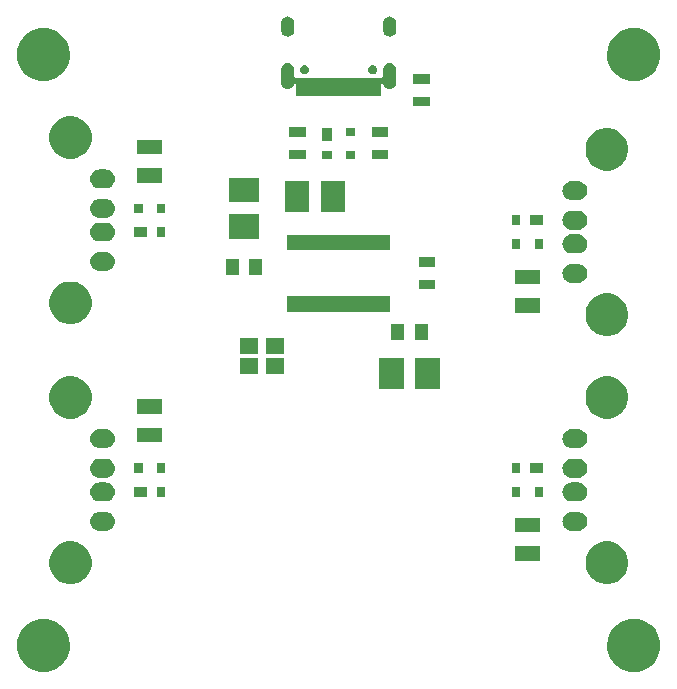
<source format=gts>
G04 #@! TF.GenerationSoftware,KiCad,Pcbnew,(5.0.2)-1*
G04 #@! TF.CreationDate,2019-03-25T02:21:11-07:00*
G04 #@! TF.ProjectId,Orion,4f72696f-6e2e-46b6-9963-61645f706362,rev?*
G04 #@! TF.SameCoordinates,Original*
G04 #@! TF.FileFunction,Soldermask,Top*
G04 #@! TF.FilePolarity,Negative*
%FSLAX46Y46*%
G04 Gerber Fmt 4.6, Leading zero omitted, Abs format (unit mm)*
G04 Created by KiCad (PCBNEW (5.0.2)-1) date 3/25/2019 2:21:11 AM*
%MOMM*%
%LPD*%
G01*
G04 APERTURE LIST*
%ADD10C,0.100000*%
G04 APERTURE END LIST*
D10*
G36*
X105308445Y-92766254D02*
X105656593Y-92835504D01*
X106066249Y-93005189D01*
X106434929Y-93251534D01*
X106748466Y-93565071D01*
X106994811Y-93933751D01*
X107164496Y-94343407D01*
X107215336Y-94599000D01*
X107251000Y-94778294D01*
X107251000Y-95221706D01*
X107233746Y-95308445D01*
X107164496Y-95656593D01*
X106994811Y-96066249D01*
X106748466Y-96434929D01*
X106434929Y-96748466D01*
X106066249Y-96994811D01*
X105656593Y-97164496D01*
X105308445Y-97233746D01*
X105221706Y-97251000D01*
X104778294Y-97251000D01*
X104691555Y-97233746D01*
X104343407Y-97164496D01*
X103933751Y-96994811D01*
X103565071Y-96748466D01*
X103251534Y-96434929D01*
X103005189Y-96066249D01*
X102835504Y-95656593D01*
X102766254Y-95308445D01*
X102749000Y-95221706D01*
X102749000Y-94778294D01*
X102784664Y-94599000D01*
X102835504Y-94343407D01*
X103005189Y-93933751D01*
X103251534Y-93565071D01*
X103565071Y-93251534D01*
X103933751Y-93005189D01*
X104343407Y-92835504D01*
X104691555Y-92766254D01*
X104778294Y-92749000D01*
X105221706Y-92749000D01*
X105308445Y-92766254D01*
X105308445Y-92766254D01*
G37*
G36*
X55308445Y-92766254D02*
X55656593Y-92835504D01*
X56066249Y-93005189D01*
X56434929Y-93251534D01*
X56748466Y-93565071D01*
X56994811Y-93933751D01*
X57164496Y-94343407D01*
X57215336Y-94599000D01*
X57251000Y-94778294D01*
X57251000Y-95221706D01*
X57233746Y-95308445D01*
X57164496Y-95656593D01*
X56994811Y-96066249D01*
X56748466Y-96434929D01*
X56434929Y-96748466D01*
X56066249Y-96994811D01*
X55656593Y-97164496D01*
X55308445Y-97233746D01*
X55221706Y-97251000D01*
X54778294Y-97251000D01*
X54691555Y-97233746D01*
X54343407Y-97164496D01*
X53933751Y-96994811D01*
X53565071Y-96748466D01*
X53251534Y-96434929D01*
X53005189Y-96066249D01*
X52835504Y-95656593D01*
X52766254Y-95308445D01*
X52749000Y-95221706D01*
X52749000Y-94778294D01*
X52784664Y-94599000D01*
X52835504Y-94343407D01*
X53005189Y-93933751D01*
X53251534Y-93565071D01*
X53565071Y-93251534D01*
X53933751Y-93005189D01*
X54343407Y-92835504D01*
X54691555Y-92766254D01*
X54778294Y-92749000D01*
X55221706Y-92749000D01*
X55308445Y-92766254D01*
X55308445Y-92766254D01*
G37*
G36*
X103235331Y-86268211D02*
X103563092Y-86403974D01*
X103858073Y-86601074D01*
X104108926Y-86851927D01*
X104306026Y-87146908D01*
X104441789Y-87474669D01*
X104511000Y-87822616D01*
X104511000Y-88177384D01*
X104441789Y-88525331D01*
X104306026Y-88853092D01*
X104108926Y-89148073D01*
X103858073Y-89398926D01*
X103563092Y-89596026D01*
X103235331Y-89731789D01*
X102887384Y-89801000D01*
X102532616Y-89801000D01*
X102184669Y-89731789D01*
X101856908Y-89596026D01*
X101561927Y-89398926D01*
X101311074Y-89148073D01*
X101113974Y-88853092D01*
X100978211Y-88525331D01*
X100909000Y-88177384D01*
X100909000Y-87822616D01*
X100978211Y-87474669D01*
X101113974Y-87146908D01*
X101311074Y-86851927D01*
X101561927Y-86601074D01*
X101856908Y-86403974D01*
X102184669Y-86268211D01*
X102532616Y-86199000D01*
X102887384Y-86199000D01*
X103235331Y-86268211D01*
X103235331Y-86268211D01*
G37*
G36*
X57815331Y-86268211D02*
X58143092Y-86403974D01*
X58438073Y-86601074D01*
X58688926Y-86851927D01*
X58886026Y-87146908D01*
X59021789Y-87474669D01*
X59091000Y-87822616D01*
X59091000Y-88177384D01*
X59021789Y-88525331D01*
X58886026Y-88853092D01*
X58688926Y-89148073D01*
X58438073Y-89398926D01*
X58143092Y-89596026D01*
X57815331Y-89731789D01*
X57467384Y-89801000D01*
X57112616Y-89801000D01*
X56764669Y-89731789D01*
X56436908Y-89596026D01*
X56141927Y-89398926D01*
X55891074Y-89148073D01*
X55693974Y-88853092D01*
X55558211Y-88525331D01*
X55489000Y-88177384D01*
X55489000Y-87822616D01*
X55558211Y-87474669D01*
X55693974Y-87146908D01*
X55891074Y-86851927D01*
X56141927Y-86601074D01*
X56436908Y-86403974D01*
X56764669Y-86268211D01*
X57112616Y-86199000D01*
X57467384Y-86199000D01*
X57815331Y-86268211D01*
X57815331Y-86268211D01*
G37*
G36*
X97066000Y-87821000D02*
X94934000Y-87821000D01*
X94934000Y-86579000D01*
X97066000Y-86579000D01*
X97066000Y-87821000D01*
X97066000Y-87821000D01*
G37*
G36*
X97066000Y-85421000D02*
X94934000Y-85421000D01*
X94934000Y-84179000D01*
X97066000Y-84179000D01*
X97066000Y-85421000D01*
X97066000Y-85421000D01*
G37*
G36*
X60407025Y-83710590D02*
X60558012Y-83756392D01*
X60697165Y-83830770D01*
X60819133Y-83930867D01*
X60919230Y-84052835D01*
X60993608Y-84191988D01*
X61039410Y-84342975D01*
X61054875Y-84500000D01*
X61039410Y-84657025D01*
X60993608Y-84808012D01*
X60919230Y-84947165D01*
X60819133Y-85069133D01*
X60697165Y-85169230D01*
X60558012Y-85243608D01*
X60407025Y-85289410D01*
X60289346Y-85301000D01*
X59710654Y-85301000D01*
X59592975Y-85289410D01*
X59441988Y-85243608D01*
X59302835Y-85169230D01*
X59180867Y-85069133D01*
X59080770Y-84947165D01*
X59006392Y-84808012D01*
X58960590Y-84657025D01*
X58945125Y-84500000D01*
X58960590Y-84342975D01*
X59006392Y-84191988D01*
X59080770Y-84052835D01*
X59180867Y-83930867D01*
X59302835Y-83830770D01*
X59441988Y-83756392D01*
X59592975Y-83710590D01*
X59710654Y-83699000D01*
X60289346Y-83699000D01*
X60407025Y-83710590D01*
X60407025Y-83710590D01*
G37*
G36*
X100407025Y-83710590D02*
X100558012Y-83756392D01*
X100697165Y-83830770D01*
X100819133Y-83930867D01*
X100919230Y-84052835D01*
X100993608Y-84191988D01*
X101039410Y-84342975D01*
X101054875Y-84500000D01*
X101039410Y-84657025D01*
X100993608Y-84808012D01*
X100919230Y-84947165D01*
X100819133Y-85069133D01*
X100697165Y-85169230D01*
X100558012Y-85243608D01*
X100407025Y-85289410D01*
X100289346Y-85301000D01*
X99710654Y-85301000D01*
X99592975Y-85289410D01*
X99441988Y-85243608D01*
X99302835Y-85169230D01*
X99180867Y-85069133D01*
X99080770Y-84947165D01*
X99006392Y-84808012D01*
X98960590Y-84657025D01*
X98945125Y-84500000D01*
X98960590Y-84342975D01*
X99006392Y-84191988D01*
X99080770Y-84052835D01*
X99180867Y-83930867D01*
X99302835Y-83830770D01*
X99441988Y-83756392D01*
X99592975Y-83710590D01*
X99710654Y-83699000D01*
X100289346Y-83699000D01*
X100407025Y-83710590D01*
X100407025Y-83710590D01*
G37*
G36*
X100407025Y-81210590D02*
X100558012Y-81256392D01*
X100697165Y-81330770D01*
X100819133Y-81430867D01*
X100919230Y-81552835D01*
X100993608Y-81691988D01*
X101039410Y-81842975D01*
X101054875Y-82000000D01*
X101039410Y-82157025D01*
X100993608Y-82308012D01*
X100919230Y-82447165D01*
X100819133Y-82569133D01*
X100697165Y-82669230D01*
X100558012Y-82743608D01*
X100407025Y-82789410D01*
X100289346Y-82801000D01*
X99710654Y-82801000D01*
X99592975Y-82789410D01*
X99441988Y-82743608D01*
X99302835Y-82669230D01*
X99180867Y-82569133D01*
X99080770Y-82447165D01*
X99006392Y-82308012D01*
X98960590Y-82157025D01*
X98945125Y-82000000D01*
X98960590Y-81842975D01*
X99006392Y-81691988D01*
X99080770Y-81552835D01*
X99180867Y-81430867D01*
X99302835Y-81330770D01*
X99441988Y-81256392D01*
X99592975Y-81210590D01*
X99710654Y-81199000D01*
X100289346Y-81199000D01*
X100407025Y-81210590D01*
X100407025Y-81210590D01*
G37*
G36*
X60407025Y-81210590D02*
X60558012Y-81256392D01*
X60697165Y-81330770D01*
X60819133Y-81430867D01*
X60919230Y-81552835D01*
X60993608Y-81691988D01*
X61039410Y-81842975D01*
X61054875Y-82000000D01*
X61039410Y-82157025D01*
X60993608Y-82308012D01*
X60919230Y-82447165D01*
X60819133Y-82569133D01*
X60697165Y-82669230D01*
X60558012Y-82743608D01*
X60407025Y-82789410D01*
X60289346Y-82801000D01*
X59710654Y-82801000D01*
X59592975Y-82789410D01*
X59441988Y-82743608D01*
X59302835Y-82669230D01*
X59180867Y-82569133D01*
X59080770Y-82447165D01*
X59006392Y-82308012D01*
X58960590Y-82157025D01*
X58945125Y-82000000D01*
X58960590Y-81842975D01*
X59006392Y-81691988D01*
X59080770Y-81552835D01*
X59180867Y-81430867D01*
X59302835Y-81330770D01*
X59441988Y-81256392D01*
X59592975Y-81210590D01*
X59710654Y-81199000D01*
X60289346Y-81199000D01*
X60407025Y-81210590D01*
X60407025Y-81210590D01*
G37*
G36*
X97301000Y-82401000D02*
X96599000Y-82401000D01*
X96599000Y-81599000D01*
X97301000Y-81599000D01*
X97301000Y-82401000D01*
X97301000Y-82401000D01*
G37*
G36*
X63801000Y-82401000D02*
X62699000Y-82401000D01*
X62699000Y-81599000D01*
X63801000Y-81599000D01*
X63801000Y-82401000D01*
X63801000Y-82401000D01*
G37*
G36*
X65301000Y-82401000D02*
X64599000Y-82401000D01*
X64599000Y-81599000D01*
X65301000Y-81599000D01*
X65301000Y-82401000D01*
X65301000Y-82401000D01*
G37*
G36*
X95401000Y-82401000D02*
X94699000Y-82401000D01*
X94699000Y-81599000D01*
X95401000Y-81599000D01*
X95401000Y-82401000D01*
X95401000Y-82401000D01*
G37*
G36*
X100407025Y-79210590D02*
X100558012Y-79256392D01*
X100697165Y-79330770D01*
X100819133Y-79430867D01*
X100919230Y-79552835D01*
X100993608Y-79691988D01*
X101039410Y-79842975D01*
X101054875Y-80000000D01*
X101039410Y-80157025D01*
X100993608Y-80308012D01*
X100919230Y-80447165D01*
X100819133Y-80569133D01*
X100697165Y-80669230D01*
X100558012Y-80743608D01*
X100407025Y-80789410D01*
X100289346Y-80801000D01*
X99710654Y-80801000D01*
X99592975Y-80789410D01*
X99441988Y-80743608D01*
X99302835Y-80669230D01*
X99180867Y-80569133D01*
X99080770Y-80447165D01*
X99006392Y-80308012D01*
X98960590Y-80157025D01*
X98945125Y-80000000D01*
X98960590Y-79842975D01*
X99006392Y-79691988D01*
X99080770Y-79552835D01*
X99180867Y-79430867D01*
X99302835Y-79330770D01*
X99441988Y-79256392D01*
X99592975Y-79210590D01*
X99710654Y-79199000D01*
X100289346Y-79199000D01*
X100407025Y-79210590D01*
X100407025Y-79210590D01*
G37*
G36*
X60407025Y-79210590D02*
X60558012Y-79256392D01*
X60697165Y-79330770D01*
X60819133Y-79430867D01*
X60919230Y-79552835D01*
X60993608Y-79691988D01*
X61039410Y-79842975D01*
X61054875Y-80000000D01*
X61039410Y-80157025D01*
X60993608Y-80308012D01*
X60919230Y-80447165D01*
X60819133Y-80569133D01*
X60697165Y-80669230D01*
X60558012Y-80743608D01*
X60407025Y-80789410D01*
X60289346Y-80801000D01*
X59710654Y-80801000D01*
X59592975Y-80789410D01*
X59441988Y-80743608D01*
X59302835Y-80669230D01*
X59180867Y-80569133D01*
X59080770Y-80447165D01*
X59006392Y-80308012D01*
X58960590Y-80157025D01*
X58945125Y-80000000D01*
X58960590Y-79842975D01*
X59006392Y-79691988D01*
X59080770Y-79552835D01*
X59180867Y-79430867D01*
X59302835Y-79330770D01*
X59441988Y-79256392D01*
X59592975Y-79210590D01*
X59710654Y-79199000D01*
X60289346Y-79199000D01*
X60407025Y-79210590D01*
X60407025Y-79210590D01*
G37*
G36*
X97301000Y-80401000D02*
X96199000Y-80401000D01*
X96199000Y-79599000D01*
X97301000Y-79599000D01*
X97301000Y-80401000D01*
X97301000Y-80401000D01*
G37*
G36*
X63401000Y-80401000D02*
X62699000Y-80401000D01*
X62699000Y-79599000D01*
X63401000Y-79599000D01*
X63401000Y-80401000D01*
X63401000Y-80401000D01*
G37*
G36*
X65301000Y-80401000D02*
X64599000Y-80401000D01*
X64599000Y-79599000D01*
X65301000Y-79599000D01*
X65301000Y-80401000D01*
X65301000Y-80401000D01*
G37*
G36*
X95401000Y-80401000D02*
X94699000Y-80401000D01*
X94699000Y-79599000D01*
X95401000Y-79599000D01*
X95401000Y-80401000D01*
X95401000Y-80401000D01*
G37*
G36*
X60407025Y-76710590D02*
X60558012Y-76756392D01*
X60697165Y-76830770D01*
X60819133Y-76930867D01*
X60919230Y-77052835D01*
X60993608Y-77191988D01*
X61039410Y-77342975D01*
X61054875Y-77500000D01*
X61039410Y-77657025D01*
X60993608Y-77808012D01*
X60919230Y-77947165D01*
X60819133Y-78069133D01*
X60697165Y-78169230D01*
X60558012Y-78243608D01*
X60407025Y-78289410D01*
X60289346Y-78301000D01*
X59710654Y-78301000D01*
X59592975Y-78289410D01*
X59441988Y-78243608D01*
X59302835Y-78169230D01*
X59180867Y-78069133D01*
X59080770Y-77947165D01*
X59006392Y-77808012D01*
X58960590Y-77657025D01*
X58945125Y-77500000D01*
X58960590Y-77342975D01*
X59006392Y-77191988D01*
X59080770Y-77052835D01*
X59180867Y-76930867D01*
X59302835Y-76830770D01*
X59441988Y-76756392D01*
X59592975Y-76710590D01*
X59710654Y-76699000D01*
X60289346Y-76699000D01*
X60407025Y-76710590D01*
X60407025Y-76710590D01*
G37*
G36*
X100407025Y-76710590D02*
X100558012Y-76756392D01*
X100697165Y-76830770D01*
X100819133Y-76930867D01*
X100919230Y-77052835D01*
X100993608Y-77191988D01*
X101039410Y-77342975D01*
X101054875Y-77500000D01*
X101039410Y-77657025D01*
X100993608Y-77808012D01*
X100919230Y-77947165D01*
X100819133Y-78069133D01*
X100697165Y-78169230D01*
X100558012Y-78243608D01*
X100407025Y-78289410D01*
X100289346Y-78301000D01*
X99710654Y-78301000D01*
X99592975Y-78289410D01*
X99441988Y-78243608D01*
X99302835Y-78169230D01*
X99180867Y-78069133D01*
X99080770Y-77947165D01*
X99006392Y-77808012D01*
X98960590Y-77657025D01*
X98945125Y-77500000D01*
X98960590Y-77342975D01*
X99006392Y-77191988D01*
X99080770Y-77052835D01*
X99180867Y-76930867D01*
X99302835Y-76830770D01*
X99441988Y-76756392D01*
X99592975Y-76710590D01*
X99710654Y-76699000D01*
X100289346Y-76699000D01*
X100407025Y-76710590D01*
X100407025Y-76710590D01*
G37*
G36*
X65066000Y-77821000D02*
X62934000Y-77821000D01*
X62934000Y-76579000D01*
X65066000Y-76579000D01*
X65066000Y-77821000D01*
X65066000Y-77821000D01*
G37*
G36*
X57815331Y-72268211D02*
X58143092Y-72403974D01*
X58438073Y-72601074D01*
X58688926Y-72851927D01*
X58886026Y-73146908D01*
X59021789Y-73474669D01*
X59091000Y-73822616D01*
X59091000Y-74177384D01*
X59021789Y-74525331D01*
X58886026Y-74853092D01*
X58688926Y-75148073D01*
X58438073Y-75398926D01*
X58143092Y-75596026D01*
X57815331Y-75731789D01*
X57467384Y-75801000D01*
X57112616Y-75801000D01*
X56764669Y-75731789D01*
X56436908Y-75596026D01*
X56141927Y-75398926D01*
X55891074Y-75148073D01*
X55693974Y-74853092D01*
X55558211Y-74525331D01*
X55489000Y-74177384D01*
X55489000Y-73822616D01*
X55558211Y-73474669D01*
X55693974Y-73146908D01*
X55891074Y-72851927D01*
X56141927Y-72601074D01*
X56436908Y-72403974D01*
X56764669Y-72268211D01*
X57112616Y-72199000D01*
X57467384Y-72199000D01*
X57815331Y-72268211D01*
X57815331Y-72268211D01*
G37*
G36*
X103235331Y-72268211D02*
X103563092Y-72403974D01*
X103858073Y-72601074D01*
X104108926Y-72851927D01*
X104306026Y-73146908D01*
X104441789Y-73474669D01*
X104511000Y-73822616D01*
X104511000Y-74177384D01*
X104441789Y-74525331D01*
X104306026Y-74853092D01*
X104108926Y-75148073D01*
X103858073Y-75398926D01*
X103563092Y-75596026D01*
X103235331Y-75731789D01*
X102887384Y-75801000D01*
X102532616Y-75801000D01*
X102184669Y-75731789D01*
X101856908Y-75596026D01*
X101561927Y-75398926D01*
X101311074Y-75148073D01*
X101113974Y-74853092D01*
X100978211Y-74525331D01*
X100909000Y-74177384D01*
X100909000Y-73822616D01*
X100978211Y-73474669D01*
X101113974Y-73146908D01*
X101311074Y-72851927D01*
X101561927Y-72601074D01*
X101856908Y-72403974D01*
X102184669Y-72268211D01*
X102532616Y-72199000D01*
X102887384Y-72199000D01*
X103235331Y-72268211D01*
X103235331Y-72268211D01*
G37*
G36*
X65066000Y-75421000D02*
X62934000Y-75421000D01*
X62934000Y-74179000D01*
X65066000Y-74179000D01*
X65066000Y-75421000D01*
X65066000Y-75421000D01*
G37*
G36*
X85501000Y-73301000D02*
X83449000Y-73301000D01*
X83449000Y-70699000D01*
X85501000Y-70699000D01*
X85501000Y-73301000D01*
X85501000Y-73301000D01*
G37*
G36*
X88551000Y-73301000D02*
X86499000Y-73301000D01*
X86499000Y-70699000D01*
X88551000Y-70699000D01*
X88551000Y-73301000D01*
X88551000Y-73301000D01*
G37*
G36*
X73151000Y-72001000D02*
X71649000Y-72001000D01*
X71649000Y-70699000D01*
X73151000Y-70699000D01*
X73151000Y-72001000D01*
X73151000Y-72001000D01*
G37*
G36*
X75351000Y-72001000D02*
X73849000Y-72001000D01*
X73849000Y-70699000D01*
X75351000Y-70699000D01*
X75351000Y-72001000D01*
X75351000Y-72001000D01*
G37*
G36*
X75351000Y-70301000D02*
X73849000Y-70301000D01*
X73849000Y-68999000D01*
X75351000Y-68999000D01*
X75351000Y-70301000D01*
X75351000Y-70301000D01*
G37*
G36*
X73151000Y-70301000D02*
X71649000Y-70301000D01*
X71649000Y-68999000D01*
X73151000Y-68999000D01*
X73151000Y-70301000D01*
X73151000Y-70301000D01*
G37*
G36*
X87551000Y-69176000D02*
X86449000Y-69176000D01*
X86449000Y-67824000D01*
X87551000Y-67824000D01*
X87551000Y-69176000D01*
X87551000Y-69176000D01*
G37*
G36*
X85551000Y-69176000D02*
X84449000Y-69176000D01*
X84449000Y-67824000D01*
X85551000Y-67824000D01*
X85551000Y-69176000D01*
X85551000Y-69176000D01*
G37*
G36*
X103235331Y-65268211D02*
X103563092Y-65403974D01*
X103858073Y-65601074D01*
X104108926Y-65851927D01*
X104306026Y-66146908D01*
X104441789Y-66474669D01*
X104511000Y-66822616D01*
X104511000Y-67177384D01*
X104441789Y-67525331D01*
X104306026Y-67853092D01*
X104108926Y-68148073D01*
X103858073Y-68398926D01*
X103563092Y-68596026D01*
X103235331Y-68731789D01*
X102887384Y-68801000D01*
X102532616Y-68801000D01*
X102184669Y-68731789D01*
X101856908Y-68596026D01*
X101561927Y-68398926D01*
X101311074Y-68148073D01*
X101113974Y-67853092D01*
X100978211Y-67525331D01*
X100909000Y-67177384D01*
X100909000Y-66822616D01*
X100978211Y-66474669D01*
X101113974Y-66146908D01*
X101311074Y-65851927D01*
X101561927Y-65601074D01*
X101856908Y-65403974D01*
X102184669Y-65268211D01*
X102532616Y-65199000D01*
X102887384Y-65199000D01*
X103235331Y-65268211D01*
X103235331Y-65268211D01*
G37*
G36*
X57815331Y-64268211D02*
X58143092Y-64403974D01*
X58438073Y-64601074D01*
X58688926Y-64851927D01*
X58886026Y-65146908D01*
X59021789Y-65474669D01*
X59091000Y-65822616D01*
X59091000Y-66177384D01*
X59021789Y-66525331D01*
X58886026Y-66853092D01*
X58688926Y-67148073D01*
X58438073Y-67398926D01*
X58143092Y-67596026D01*
X57815331Y-67731789D01*
X57467384Y-67801000D01*
X57112616Y-67801000D01*
X56764669Y-67731789D01*
X56436908Y-67596026D01*
X56141927Y-67398926D01*
X55891074Y-67148073D01*
X55693974Y-66853092D01*
X55558211Y-66525331D01*
X55489000Y-66177384D01*
X55489000Y-65822616D01*
X55558211Y-65474669D01*
X55693974Y-65146908D01*
X55891074Y-64851927D01*
X56141927Y-64601074D01*
X56436908Y-64403974D01*
X56764669Y-64268211D01*
X57112616Y-64199000D01*
X57467384Y-64199000D01*
X57815331Y-64268211D01*
X57815331Y-64268211D01*
G37*
G36*
X97066000Y-66821000D02*
X94934000Y-66821000D01*
X94934000Y-65579000D01*
X97066000Y-65579000D01*
X97066000Y-66821000D01*
X97066000Y-66821000D01*
G37*
G36*
X84378500Y-66751000D02*
X75621500Y-66751000D01*
X75621500Y-65449000D01*
X84378500Y-65449000D01*
X84378500Y-66751000D01*
X84378500Y-66751000D01*
G37*
G36*
X88201000Y-64851000D02*
X86799000Y-64851000D01*
X86799000Y-64049000D01*
X88201000Y-64049000D01*
X88201000Y-64851000D01*
X88201000Y-64851000D01*
G37*
G36*
X97066000Y-64421000D02*
X94934000Y-64421000D01*
X94934000Y-63179000D01*
X97066000Y-63179000D01*
X97066000Y-64421000D01*
X97066000Y-64421000D01*
G37*
G36*
X100407025Y-62710590D02*
X100558012Y-62756392D01*
X100697165Y-62830770D01*
X100819133Y-62930867D01*
X100919230Y-63052835D01*
X100993608Y-63191988D01*
X101039410Y-63342975D01*
X101054875Y-63500000D01*
X101039410Y-63657025D01*
X100993608Y-63808012D01*
X100919230Y-63947165D01*
X100819133Y-64069133D01*
X100697165Y-64169230D01*
X100558012Y-64243608D01*
X100407025Y-64289410D01*
X100289346Y-64301000D01*
X99710654Y-64301000D01*
X99592975Y-64289410D01*
X99441988Y-64243608D01*
X99302835Y-64169230D01*
X99180867Y-64069133D01*
X99080770Y-63947165D01*
X99006392Y-63808012D01*
X98960590Y-63657025D01*
X98945125Y-63500000D01*
X98960590Y-63342975D01*
X99006392Y-63191988D01*
X99080770Y-63052835D01*
X99180867Y-62930867D01*
X99302835Y-62830770D01*
X99441988Y-62756392D01*
X99592975Y-62710590D01*
X99710654Y-62699000D01*
X100289346Y-62699000D01*
X100407025Y-62710590D01*
X100407025Y-62710590D01*
G37*
G36*
X73551000Y-63676000D02*
X72449000Y-63676000D01*
X72449000Y-62324000D01*
X73551000Y-62324000D01*
X73551000Y-63676000D01*
X73551000Y-63676000D01*
G37*
G36*
X71551000Y-63676000D02*
X70449000Y-63676000D01*
X70449000Y-62324000D01*
X71551000Y-62324000D01*
X71551000Y-63676000D01*
X71551000Y-63676000D01*
G37*
G36*
X60407025Y-61710590D02*
X60558012Y-61756392D01*
X60697165Y-61830770D01*
X60819133Y-61930867D01*
X60919230Y-62052835D01*
X60993608Y-62191988D01*
X61039410Y-62342975D01*
X61054875Y-62500000D01*
X61039410Y-62657025D01*
X60993608Y-62808012D01*
X60919230Y-62947165D01*
X60819133Y-63069133D01*
X60697165Y-63169230D01*
X60558012Y-63243608D01*
X60407025Y-63289410D01*
X60289346Y-63301000D01*
X59710654Y-63301000D01*
X59592975Y-63289410D01*
X59441988Y-63243608D01*
X59302835Y-63169230D01*
X59180867Y-63069133D01*
X59080770Y-62947165D01*
X59006392Y-62808012D01*
X58960590Y-62657025D01*
X58945125Y-62500000D01*
X58960590Y-62342975D01*
X59006392Y-62191988D01*
X59080770Y-62052835D01*
X59180867Y-61930867D01*
X59302835Y-61830770D01*
X59441988Y-61756392D01*
X59592975Y-61710590D01*
X59710654Y-61699000D01*
X60289346Y-61699000D01*
X60407025Y-61710590D01*
X60407025Y-61710590D01*
G37*
G36*
X88201000Y-62951000D02*
X86799000Y-62951000D01*
X86799000Y-62149000D01*
X88201000Y-62149000D01*
X88201000Y-62951000D01*
X88201000Y-62951000D01*
G37*
G36*
X100407025Y-60210590D02*
X100558012Y-60256392D01*
X100697165Y-60330770D01*
X100819133Y-60430867D01*
X100919230Y-60552835D01*
X100993608Y-60691988D01*
X101039410Y-60842975D01*
X101054875Y-61000000D01*
X101039410Y-61157025D01*
X100993608Y-61308012D01*
X100919230Y-61447165D01*
X100819133Y-61569133D01*
X100697165Y-61669230D01*
X100558012Y-61743608D01*
X100407025Y-61789410D01*
X100289346Y-61801000D01*
X99710654Y-61801000D01*
X99592975Y-61789410D01*
X99441988Y-61743608D01*
X99302835Y-61669230D01*
X99180867Y-61569133D01*
X99080770Y-61447165D01*
X99006392Y-61308012D01*
X98960590Y-61157025D01*
X98945125Y-61000000D01*
X98960590Y-60842975D01*
X99006392Y-60691988D01*
X99080770Y-60552835D01*
X99180867Y-60430867D01*
X99302835Y-60330770D01*
X99441988Y-60256392D01*
X99592975Y-60210590D01*
X99710654Y-60199000D01*
X100289346Y-60199000D01*
X100407025Y-60210590D01*
X100407025Y-60210590D01*
G37*
G36*
X84378500Y-61551000D02*
X75621500Y-61551000D01*
X75621500Y-60249000D01*
X84378500Y-60249000D01*
X84378500Y-61551000D01*
X84378500Y-61551000D01*
G37*
G36*
X95401000Y-61401000D02*
X94699000Y-61401000D01*
X94699000Y-60599000D01*
X95401000Y-60599000D01*
X95401000Y-61401000D01*
X95401000Y-61401000D01*
G37*
G36*
X97301000Y-61401000D02*
X96599000Y-61401000D01*
X96599000Y-60599000D01*
X97301000Y-60599000D01*
X97301000Y-61401000D01*
X97301000Y-61401000D01*
G37*
G36*
X60407025Y-59210590D02*
X60558012Y-59256392D01*
X60697165Y-59330770D01*
X60819133Y-59430867D01*
X60919230Y-59552835D01*
X60993608Y-59691988D01*
X61039410Y-59842975D01*
X61054875Y-60000000D01*
X61039410Y-60157025D01*
X60993608Y-60308012D01*
X60919230Y-60447165D01*
X60819133Y-60569133D01*
X60697165Y-60669230D01*
X60558012Y-60743608D01*
X60407025Y-60789410D01*
X60289346Y-60801000D01*
X59710654Y-60801000D01*
X59592975Y-60789410D01*
X59441988Y-60743608D01*
X59302835Y-60669230D01*
X59180867Y-60569133D01*
X59080770Y-60447165D01*
X59006392Y-60308012D01*
X58960590Y-60157025D01*
X58945125Y-60000000D01*
X58960590Y-59842975D01*
X59006392Y-59691988D01*
X59080770Y-59552835D01*
X59180867Y-59430867D01*
X59302835Y-59330770D01*
X59441988Y-59256392D01*
X59592975Y-59210590D01*
X59710654Y-59199000D01*
X60289346Y-59199000D01*
X60407025Y-59210590D01*
X60407025Y-59210590D01*
G37*
G36*
X73301000Y-60551000D02*
X70699000Y-60551000D01*
X70699000Y-58499000D01*
X73301000Y-58499000D01*
X73301000Y-60551000D01*
X73301000Y-60551000D01*
G37*
G36*
X63801000Y-60401000D02*
X62699000Y-60401000D01*
X62699000Y-59599000D01*
X63801000Y-59599000D01*
X63801000Y-60401000D01*
X63801000Y-60401000D01*
G37*
G36*
X65301000Y-60401000D02*
X64599000Y-60401000D01*
X64599000Y-59599000D01*
X65301000Y-59599000D01*
X65301000Y-60401000D01*
X65301000Y-60401000D01*
G37*
G36*
X100407025Y-58210590D02*
X100558012Y-58256392D01*
X100697165Y-58330770D01*
X100819133Y-58430867D01*
X100919230Y-58552835D01*
X100993608Y-58691988D01*
X101039410Y-58842975D01*
X101054875Y-59000000D01*
X101039410Y-59157025D01*
X100993608Y-59308012D01*
X100919230Y-59447165D01*
X100819133Y-59569133D01*
X100697165Y-59669230D01*
X100558012Y-59743608D01*
X100407025Y-59789410D01*
X100289346Y-59801000D01*
X99710654Y-59801000D01*
X99592975Y-59789410D01*
X99441988Y-59743608D01*
X99302835Y-59669230D01*
X99180867Y-59569133D01*
X99080770Y-59447165D01*
X99006392Y-59308012D01*
X98960590Y-59157025D01*
X98945125Y-59000000D01*
X98960590Y-58842975D01*
X99006392Y-58691988D01*
X99080770Y-58552835D01*
X99180867Y-58430867D01*
X99302835Y-58330770D01*
X99441988Y-58256392D01*
X99592975Y-58210590D01*
X99710654Y-58199000D01*
X100289346Y-58199000D01*
X100407025Y-58210590D01*
X100407025Y-58210590D01*
G37*
G36*
X97301000Y-59401000D02*
X96199000Y-59401000D01*
X96199000Y-58599000D01*
X97301000Y-58599000D01*
X97301000Y-59401000D01*
X97301000Y-59401000D01*
G37*
G36*
X95401000Y-59401000D02*
X94699000Y-59401000D01*
X94699000Y-58599000D01*
X95401000Y-58599000D01*
X95401000Y-59401000D01*
X95401000Y-59401000D01*
G37*
G36*
X60407025Y-57210590D02*
X60558012Y-57256392D01*
X60697165Y-57330770D01*
X60819133Y-57430867D01*
X60919230Y-57552835D01*
X60993608Y-57691988D01*
X61039410Y-57842975D01*
X61054875Y-58000000D01*
X61039410Y-58157025D01*
X60993608Y-58308012D01*
X60919230Y-58447165D01*
X60819133Y-58569133D01*
X60697165Y-58669230D01*
X60558012Y-58743608D01*
X60407025Y-58789410D01*
X60289346Y-58801000D01*
X59710654Y-58801000D01*
X59592975Y-58789410D01*
X59441988Y-58743608D01*
X59302835Y-58669230D01*
X59180867Y-58569133D01*
X59080770Y-58447165D01*
X59006392Y-58308012D01*
X58960590Y-58157025D01*
X58945125Y-58000000D01*
X58960590Y-57842975D01*
X59006392Y-57691988D01*
X59080770Y-57552835D01*
X59180867Y-57430867D01*
X59302835Y-57330770D01*
X59441988Y-57256392D01*
X59592975Y-57210590D01*
X59710654Y-57199000D01*
X60289346Y-57199000D01*
X60407025Y-57210590D01*
X60407025Y-57210590D01*
G37*
G36*
X63401000Y-58401000D02*
X62699000Y-58401000D01*
X62699000Y-57599000D01*
X63401000Y-57599000D01*
X63401000Y-58401000D01*
X63401000Y-58401000D01*
G37*
G36*
X65301000Y-58401000D02*
X64599000Y-58401000D01*
X64599000Y-57599000D01*
X65301000Y-57599000D01*
X65301000Y-58401000D01*
X65301000Y-58401000D01*
G37*
G36*
X80551000Y-58301000D02*
X78499000Y-58301000D01*
X78499000Y-55699000D01*
X80551000Y-55699000D01*
X80551000Y-58301000D01*
X80551000Y-58301000D01*
G37*
G36*
X77501000Y-58301000D02*
X75449000Y-58301000D01*
X75449000Y-55699000D01*
X77501000Y-55699000D01*
X77501000Y-58301000D01*
X77501000Y-58301000D01*
G37*
G36*
X73301000Y-57501000D02*
X70699000Y-57501000D01*
X70699000Y-55449000D01*
X73301000Y-55449000D01*
X73301000Y-57501000D01*
X73301000Y-57501000D01*
G37*
G36*
X100407025Y-55710590D02*
X100558012Y-55756392D01*
X100697165Y-55830770D01*
X100819133Y-55930867D01*
X100919230Y-56052835D01*
X100993608Y-56191988D01*
X101039410Y-56342975D01*
X101054875Y-56500000D01*
X101039410Y-56657025D01*
X100993608Y-56808012D01*
X100919230Y-56947165D01*
X100819133Y-57069133D01*
X100697165Y-57169230D01*
X100558012Y-57243608D01*
X100407025Y-57289410D01*
X100289346Y-57301000D01*
X99710654Y-57301000D01*
X99592975Y-57289410D01*
X99441988Y-57243608D01*
X99302835Y-57169230D01*
X99180867Y-57069133D01*
X99080770Y-56947165D01*
X99006392Y-56808012D01*
X98960590Y-56657025D01*
X98945125Y-56500000D01*
X98960590Y-56342975D01*
X99006392Y-56191988D01*
X99080770Y-56052835D01*
X99180867Y-55930867D01*
X99302835Y-55830770D01*
X99441988Y-55756392D01*
X99592975Y-55710590D01*
X99710654Y-55699000D01*
X100289346Y-55699000D01*
X100407025Y-55710590D01*
X100407025Y-55710590D01*
G37*
G36*
X60407025Y-54710590D02*
X60558012Y-54756392D01*
X60697165Y-54830770D01*
X60819133Y-54930867D01*
X60919230Y-55052835D01*
X60993608Y-55191988D01*
X61039410Y-55342975D01*
X61054875Y-55500000D01*
X61039410Y-55657025D01*
X60993608Y-55808012D01*
X60919230Y-55947165D01*
X60819133Y-56069133D01*
X60697165Y-56169230D01*
X60558012Y-56243608D01*
X60407025Y-56289410D01*
X60289346Y-56301000D01*
X59710654Y-56301000D01*
X59592975Y-56289410D01*
X59441988Y-56243608D01*
X59302835Y-56169230D01*
X59180867Y-56069133D01*
X59080770Y-55947165D01*
X59006392Y-55808012D01*
X58960590Y-55657025D01*
X58945125Y-55500000D01*
X58960590Y-55342975D01*
X59006392Y-55191988D01*
X59080770Y-55052835D01*
X59180867Y-54930867D01*
X59302835Y-54830770D01*
X59441988Y-54756392D01*
X59592975Y-54710590D01*
X59710654Y-54699000D01*
X60289346Y-54699000D01*
X60407025Y-54710590D01*
X60407025Y-54710590D01*
G37*
G36*
X65066000Y-55821000D02*
X62934000Y-55821000D01*
X62934000Y-54579000D01*
X65066000Y-54579000D01*
X65066000Y-55821000D01*
X65066000Y-55821000D01*
G37*
G36*
X103235331Y-51268211D02*
X103563092Y-51403974D01*
X103858073Y-51601074D01*
X104108926Y-51851927D01*
X104306026Y-52146908D01*
X104441789Y-52474669D01*
X104511000Y-52822616D01*
X104511000Y-53177384D01*
X104441789Y-53525331D01*
X104306026Y-53853092D01*
X104108926Y-54148073D01*
X103858073Y-54398926D01*
X103563092Y-54596026D01*
X103235331Y-54731789D01*
X102887384Y-54801000D01*
X102532616Y-54801000D01*
X102184669Y-54731789D01*
X101856908Y-54596026D01*
X101561927Y-54398926D01*
X101311074Y-54148073D01*
X101113974Y-53853092D01*
X100978211Y-53525331D01*
X100909000Y-53177384D01*
X100909000Y-52822616D01*
X100978211Y-52474669D01*
X101113974Y-52146908D01*
X101311074Y-51851927D01*
X101561927Y-51601074D01*
X101856908Y-51403974D01*
X102184669Y-51268211D01*
X102532616Y-51199000D01*
X102887384Y-51199000D01*
X103235331Y-51268211D01*
X103235331Y-51268211D01*
G37*
G36*
X77201000Y-53851000D02*
X75799000Y-53851000D01*
X75799000Y-53049000D01*
X77201000Y-53049000D01*
X77201000Y-53851000D01*
X77201000Y-53851000D01*
G37*
G36*
X84201000Y-53851000D02*
X82799000Y-53851000D01*
X82799000Y-53049000D01*
X84201000Y-53049000D01*
X84201000Y-53851000D01*
X84201000Y-53851000D01*
G37*
G36*
X57815331Y-50268211D02*
X58143092Y-50403974D01*
X58438073Y-50601074D01*
X58688926Y-50851927D01*
X58886026Y-51146908D01*
X59021789Y-51474669D01*
X59091000Y-51822616D01*
X59091000Y-52177384D01*
X59021789Y-52525331D01*
X58886026Y-52853092D01*
X58688926Y-53148073D01*
X58438073Y-53398926D01*
X58143092Y-53596026D01*
X57815331Y-53731789D01*
X57467384Y-53801000D01*
X57112616Y-53801000D01*
X56764669Y-53731789D01*
X56436908Y-53596026D01*
X56141927Y-53398926D01*
X55891074Y-53148073D01*
X55693974Y-52853092D01*
X55558211Y-52525331D01*
X55489000Y-52177384D01*
X55489000Y-51822616D01*
X55558211Y-51474669D01*
X55693974Y-51146908D01*
X55891074Y-50851927D01*
X56141927Y-50601074D01*
X56436908Y-50403974D01*
X56764669Y-50268211D01*
X57112616Y-50199000D01*
X57467384Y-50199000D01*
X57815331Y-50268211D01*
X57815331Y-50268211D01*
G37*
G36*
X79401000Y-53801000D02*
X78599000Y-53801000D01*
X78599000Y-53099000D01*
X79401000Y-53099000D01*
X79401000Y-53801000D01*
X79401000Y-53801000D01*
G37*
G36*
X81401000Y-53801000D02*
X80599000Y-53801000D01*
X80599000Y-53099000D01*
X81401000Y-53099000D01*
X81401000Y-53801000D01*
X81401000Y-53801000D01*
G37*
G36*
X65066000Y-53421000D02*
X62934000Y-53421000D01*
X62934000Y-52179000D01*
X65066000Y-52179000D01*
X65066000Y-53421000D01*
X65066000Y-53421000D01*
G37*
G36*
X79401000Y-52301000D02*
X78599000Y-52301000D01*
X78599000Y-51199000D01*
X79401000Y-51199000D01*
X79401000Y-52301000D01*
X79401000Y-52301000D01*
G37*
G36*
X77201000Y-51951000D02*
X75799000Y-51951000D01*
X75799000Y-51149000D01*
X77201000Y-51149000D01*
X77201000Y-51951000D01*
X77201000Y-51951000D01*
G37*
G36*
X84201000Y-51951000D02*
X82799000Y-51951000D01*
X82799000Y-51149000D01*
X84201000Y-51149000D01*
X84201000Y-51951000D01*
X84201000Y-51951000D01*
G37*
G36*
X81401000Y-51901000D02*
X80599000Y-51901000D01*
X80599000Y-51199000D01*
X81401000Y-51199000D01*
X81401000Y-51901000D01*
X81401000Y-51901000D01*
G37*
G36*
X87701000Y-49351000D02*
X86299000Y-49351000D01*
X86299000Y-48549000D01*
X87701000Y-48549000D01*
X87701000Y-49351000D01*
X87701000Y-49351000D01*
G37*
G36*
X84428015Y-45686973D02*
X84531879Y-45718479D01*
X84627600Y-45769644D01*
X84711501Y-45838499D01*
X84780356Y-45922400D01*
X84831521Y-46018121D01*
X84863027Y-46121985D01*
X84871000Y-46202933D01*
X84871000Y-47357067D01*
X84863027Y-47438015D01*
X84831521Y-47541879D01*
X84780356Y-47637600D01*
X84711501Y-47721501D01*
X84627600Y-47790356D01*
X84531878Y-47841521D01*
X84428014Y-47873027D01*
X84320000Y-47883666D01*
X84211985Y-47873027D01*
X84108121Y-47841521D01*
X84012400Y-47790356D01*
X83928499Y-47721501D01*
X83859644Y-47637600D01*
X83811234Y-47547031D01*
X83797626Y-47526666D01*
X83780299Y-47509339D01*
X83759924Y-47495726D01*
X83737285Y-47486348D01*
X83713252Y-47481568D01*
X83688747Y-47481568D01*
X83664714Y-47486349D01*
X83642075Y-47495726D01*
X83621700Y-47509340D01*
X83604373Y-47526667D01*
X83590760Y-47547042D01*
X83581382Y-47569681D01*
X83576000Y-47605966D01*
X83576000Y-48471000D01*
X76424000Y-48471000D01*
X76424000Y-47605966D01*
X76421598Y-47581581D01*
X76414485Y-47558132D01*
X76402934Y-47536521D01*
X76387388Y-47517579D01*
X76368446Y-47502033D01*
X76346835Y-47490482D01*
X76323386Y-47483369D01*
X76299000Y-47480967D01*
X76274614Y-47483369D01*
X76251165Y-47490482D01*
X76229554Y-47502033D01*
X76210612Y-47517579D01*
X76188765Y-47547036D01*
X76140356Y-47637600D01*
X76071501Y-47721501D01*
X75987600Y-47790356D01*
X75891878Y-47841521D01*
X75788014Y-47873027D01*
X75680000Y-47883666D01*
X75571985Y-47873027D01*
X75468121Y-47841521D01*
X75372400Y-47790356D01*
X75288499Y-47721501D01*
X75219644Y-47637600D01*
X75168479Y-47541878D01*
X75136973Y-47438014D01*
X75129000Y-47357066D01*
X75129001Y-46202933D01*
X75136974Y-46121985D01*
X75168480Y-46018121D01*
X75219645Y-45922400D01*
X75288500Y-45838499D01*
X75372401Y-45769644D01*
X75468122Y-45718479D01*
X75571986Y-45686973D01*
X75680000Y-45676334D01*
X75788015Y-45686973D01*
X75891879Y-45718479D01*
X75987600Y-45769644D01*
X76071501Y-45838499D01*
X76140356Y-45922400D01*
X76191521Y-46018121D01*
X76223027Y-46121985D01*
X76231000Y-46202933D01*
X76231000Y-46794000D01*
X76233402Y-46818386D01*
X76240515Y-46841835D01*
X76252066Y-46863446D01*
X76267612Y-46882388D01*
X76286554Y-46897934D01*
X76308165Y-46909485D01*
X76331614Y-46916598D01*
X76356000Y-46919000D01*
X83644000Y-46919000D01*
X83668386Y-46916598D01*
X83691835Y-46909485D01*
X83713446Y-46897934D01*
X83732388Y-46882388D01*
X83747934Y-46863446D01*
X83759485Y-46841835D01*
X83766598Y-46818386D01*
X83769000Y-46794000D01*
X83769001Y-46202939D01*
X83769001Y-46202933D01*
X83776974Y-46121985D01*
X83808480Y-46018121D01*
X83859645Y-45922400D01*
X83928500Y-45838499D01*
X84012401Y-45769644D01*
X84108122Y-45718479D01*
X84211986Y-45686973D01*
X84320000Y-45676334D01*
X84428015Y-45686973D01*
X84428015Y-45686973D01*
G37*
G36*
X87701000Y-47451000D02*
X86299000Y-47451000D01*
X86299000Y-46649000D01*
X87701000Y-46649000D01*
X87701000Y-47451000D01*
X87701000Y-47451000D01*
G37*
G36*
X105308445Y-42766254D02*
X105656593Y-42835504D01*
X106066249Y-43005189D01*
X106434929Y-43251534D01*
X106748466Y-43565071D01*
X106994811Y-43933751D01*
X107164496Y-44343407D01*
X107215336Y-44599000D01*
X107251000Y-44778294D01*
X107251000Y-45221706D01*
X107233746Y-45308445D01*
X107164496Y-45656593D01*
X106994811Y-46066249D01*
X106748466Y-46434929D01*
X106434929Y-46748466D01*
X106066249Y-46994811D01*
X105656593Y-47164496D01*
X105308445Y-47233746D01*
X105221706Y-47251000D01*
X104778294Y-47251000D01*
X104691555Y-47233746D01*
X104343407Y-47164496D01*
X103933751Y-46994811D01*
X103565071Y-46748466D01*
X103251534Y-46434929D01*
X103005189Y-46066249D01*
X102835504Y-45656593D01*
X102766254Y-45308445D01*
X102749000Y-45221706D01*
X102749000Y-44778294D01*
X102784664Y-44599000D01*
X102835504Y-44343407D01*
X103005189Y-43933751D01*
X103251534Y-43565071D01*
X103565071Y-43251534D01*
X103933751Y-43005189D01*
X104343407Y-42835504D01*
X104691555Y-42766254D01*
X104778294Y-42749000D01*
X105221706Y-42749000D01*
X105308445Y-42766254D01*
X105308445Y-42766254D01*
G37*
G36*
X55308445Y-42766254D02*
X55656593Y-42835504D01*
X56066249Y-43005189D01*
X56434929Y-43251534D01*
X56748466Y-43565071D01*
X56994811Y-43933751D01*
X57164496Y-44343407D01*
X57215336Y-44599000D01*
X57251000Y-44778294D01*
X57251000Y-45221706D01*
X57233746Y-45308445D01*
X57164496Y-45656593D01*
X56994811Y-46066249D01*
X56748466Y-46434929D01*
X56434929Y-46748466D01*
X56066249Y-46994811D01*
X55656593Y-47164496D01*
X55308445Y-47233746D01*
X55221706Y-47251000D01*
X54778294Y-47251000D01*
X54691555Y-47233746D01*
X54343407Y-47164496D01*
X53933751Y-46994811D01*
X53565071Y-46748466D01*
X53251534Y-46434929D01*
X53005189Y-46066249D01*
X52835504Y-45656593D01*
X52766254Y-45308445D01*
X52749000Y-45221706D01*
X52749000Y-44778294D01*
X52784664Y-44599000D01*
X52835504Y-44343407D01*
X53005189Y-43933751D01*
X53251534Y-43565071D01*
X53565071Y-43251534D01*
X53933751Y-43005189D01*
X54343407Y-42835504D01*
X54691555Y-42766254D01*
X54778294Y-42749000D01*
X55221706Y-42749000D01*
X55308445Y-42766254D01*
X55308445Y-42766254D01*
G37*
G36*
X77219672Y-45888449D02*
X77219674Y-45888450D01*
X77219675Y-45888450D01*
X77288103Y-45916793D01*
X77349409Y-45957757D01*
X77349689Y-45957944D01*
X77402056Y-46010311D01*
X77402058Y-46010314D01*
X77443207Y-46071897D01*
X77471550Y-46140325D01*
X77486000Y-46212967D01*
X77486000Y-46287033D01*
X77471550Y-46359675D01*
X77443207Y-46428103D01*
X77421857Y-46460055D01*
X77402056Y-46489689D01*
X77349689Y-46542056D01*
X77349686Y-46542058D01*
X77288103Y-46583207D01*
X77219675Y-46611550D01*
X77219674Y-46611550D01*
X77219672Y-46611551D01*
X77147034Y-46626000D01*
X77072966Y-46626000D01*
X77000328Y-46611551D01*
X77000326Y-46611550D01*
X77000325Y-46611550D01*
X76931897Y-46583207D01*
X76870314Y-46542058D01*
X76870311Y-46542056D01*
X76817944Y-46489689D01*
X76798143Y-46460055D01*
X76776793Y-46428103D01*
X76748450Y-46359675D01*
X76734000Y-46287033D01*
X76734000Y-46212967D01*
X76748450Y-46140325D01*
X76776793Y-46071897D01*
X76817942Y-46010314D01*
X76817944Y-46010311D01*
X76870311Y-45957944D01*
X76870591Y-45957757D01*
X76931897Y-45916793D01*
X77000325Y-45888450D01*
X77000326Y-45888450D01*
X77000328Y-45888449D01*
X77072966Y-45874000D01*
X77147034Y-45874000D01*
X77219672Y-45888449D01*
X77219672Y-45888449D01*
G37*
G36*
X82999672Y-45888449D02*
X82999674Y-45888450D01*
X82999675Y-45888450D01*
X83068103Y-45916793D01*
X83129409Y-45957757D01*
X83129689Y-45957944D01*
X83182056Y-46010311D01*
X83182058Y-46010314D01*
X83223207Y-46071897D01*
X83251550Y-46140325D01*
X83266000Y-46212967D01*
X83266000Y-46287033D01*
X83251550Y-46359675D01*
X83223207Y-46428103D01*
X83201857Y-46460055D01*
X83182056Y-46489689D01*
X83129689Y-46542056D01*
X83129686Y-46542058D01*
X83068103Y-46583207D01*
X82999675Y-46611550D01*
X82999674Y-46611550D01*
X82999672Y-46611551D01*
X82927034Y-46626000D01*
X82852966Y-46626000D01*
X82780328Y-46611551D01*
X82780326Y-46611550D01*
X82780325Y-46611550D01*
X82711897Y-46583207D01*
X82650314Y-46542058D01*
X82650311Y-46542056D01*
X82597944Y-46489689D01*
X82578143Y-46460055D01*
X82556793Y-46428103D01*
X82528450Y-46359675D01*
X82514000Y-46287033D01*
X82514000Y-46212967D01*
X82528450Y-46140325D01*
X82556793Y-46071897D01*
X82597942Y-46010314D01*
X82597944Y-46010311D01*
X82650311Y-45957944D01*
X82650591Y-45957757D01*
X82711897Y-45916793D01*
X82780325Y-45888450D01*
X82780326Y-45888450D01*
X82780328Y-45888449D01*
X82852966Y-45874000D01*
X82927034Y-45874000D01*
X82999672Y-45888449D01*
X82999672Y-45888449D01*
G37*
G36*
X75788015Y-41756973D02*
X75891879Y-41788479D01*
X75987600Y-41839644D01*
X76071501Y-41908499D01*
X76140356Y-41992400D01*
X76191521Y-42088121D01*
X76223027Y-42191985D01*
X76231000Y-42272933D01*
X76231000Y-42927067D01*
X76223027Y-43008015D01*
X76191521Y-43111879D01*
X76140356Y-43207600D01*
X76071501Y-43291501D01*
X75987600Y-43360356D01*
X75891878Y-43411521D01*
X75788014Y-43443027D01*
X75680000Y-43453666D01*
X75571985Y-43443027D01*
X75468121Y-43411521D01*
X75372400Y-43360356D01*
X75288499Y-43291501D01*
X75219644Y-43207600D01*
X75168479Y-43111878D01*
X75136973Y-43008014D01*
X75129000Y-42927066D01*
X75129000Y-42272933D01*
X75136973Y-42191985D01*
X75168480Y-42088121D01*
X75219645Y-41992400D01*
X75288500Y-41908499D01*
X75372401Y-41839644D01*
X75468122Y-41788479D01*
X75571986Y-41756973D01*
X75680000Y-41746334D01*
X75788015Y-41756973D01*
X75788015Y-41756973D01*
G37*
G36*
X84428015Y-41756973D02*
X84531879Y-41788479D01*
X84627600Y-41839644D01*
X84711501Y-41908499D01*
X84780356Y-41992400D01*
X84831521Y-42088121D01*
X84863027Y-42191985D01*
X84871000Y-42272933D01*
X84871000Y-42927067D01*
X84863027Y-43008015D01*
X84831521Y-43111879D01*
X84780356Y-43207600D01*
X84711501Y-43291501D01*
X84627600Y-43360356D01*
X84531878Y-43411521D01*
X84428014Y-43443027D01*
X84320000Y-43453666D01*
X84211985Y-43443027D01*
X84108121Y-43411521D01*
X84012400Y-43360356D01*
X83928499Y-43291501D01*
X83859644Y-43207600D01*
X83808479Y-43111878D01*
X83776973Y-43008014D01*
X83769000Y-42927066D01*
X83769000Y-42272933D01*
X83776973Y-42191985D01*
X83808480Y-42088121D01*
X83859645Y-41992400D01*
X83928500Y-41908499D01*
X84012401Y-41839644D01*
X84108122Y-41788479D01*
X84211986Y-41756973D01*
X84320000Y-41746334D01*
X84428015Y-41756973D01*
X84428015Y-41756973D01*
G37*
M02*

</source>
